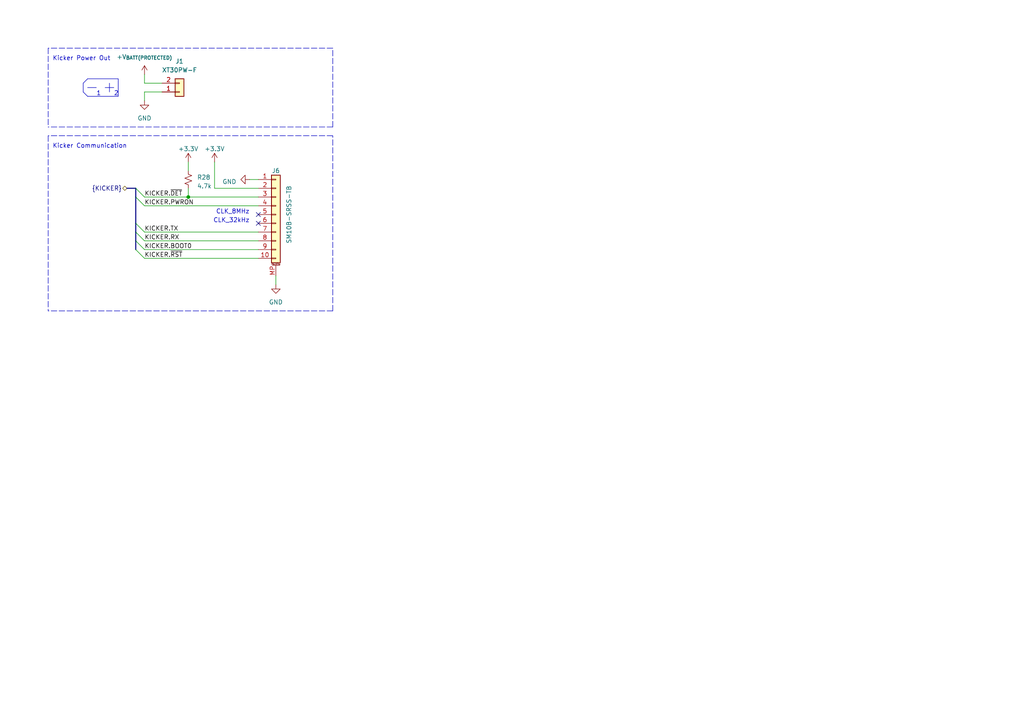
<source format=kicad_sch>
(kicad_sch (version 20230121) (generator eeschema)
  (paper "A4")
  (title_block (company "The A-Team (RC SSL)") (comment 1 "W. Stuckey & R. Osawa"))
  (lib_symbols
    (symbol "AT-Supplies:+V_{BATT(PROTECTED)}" (power) (pin_names (offset 0)) (in_bom no) (on_board no)
      (property "Value" "+V_{BATT(PROTECTED)}" (at 0 5.08 0))
      (symbol "+V_{BATT(PROTECTED)}_0_1"
        (polyline (pts (xy -0.76 1.27) (xy 0.002 2.54)))
        (polyline (pts (xy 0.002 0) (xy 0.002 2.54)))
        (polyline (pts (xy 0.002 2.54) (xy 0.764 1.27)))
      )
      (symbol "+V_{BATT(PROTECTED)}_1_1"
        (pin power_in line (at 0 0 90) (length 0) hide (name "+V_{BATT(PROTECTED)}") (number "1"))
      )
    )
    (symbol "Connector_Generic:Conn_01x02" (pin_names (offset 1.016) hide)
      (property "Reference" "J" (at 0 2.54 0))
      (property "Value" "Conn_01x02" (at 0 -5.08 0))
      (symbol "Conn_01x02_1_1"
        (rectangle (start -1.27 -2.413) (end 0 -2.667) (stroke (width 0.1524)))
        (rectangle (start -1.27 0.127) (end 0 -0.127) (stroke (width 0.1524)))
        (rectangle (start -1.27 1.27) (end 1.27 -3.81) (stroke (width 0.254)) (fill (type background)))
        (pin passive line (at -5.08 0 0) (length 3.81) (name "Pin_1") (number "1"))
        (pin passive line (at -5.08 -2.54 0) (length 3.81) (name "Pin_2") (number "2"))
      )
    )
    (symbol "Connector_Generic_MountingPin:Conn_01x10_MountingPin" (pin_names (offset 1.016) hide)
      (property "Reference" "J" (at 0 12.7 0))
      (property "Value" "Conn_01x10_MountingPin" (at 1.27 -15.24 0))
      (symbol "Conn_01x10_MountingPin_1_1"
        (rectangle (start -1.27 -12.573) (end 0 -12.827) (stroke (width 0.1524)))
        (rectangle (start -1.27 -10.033) (end 0 -10.287) (stroke (width 0.1524)))
        (rectangle (start -1.27 -7.493) (end 0 -7.747) (stroke (width 0.1524)))
        (rectangle (start -1.27 -4.953) (end 0 -5.207) (stroke (width 0.1524)))
        (rectangle (start -1.27 -2.413) (end 0 -2.667) (stroke (width 0.1524)))
        (rectangle (start -1.27 0.127) (end 0 -0.127) (stroke (width 0.1524)))
        (rectangle (start -1.27 2.667) (end 0 2.413) (stroke (width 0.1524)))
        (rectangle (start -1.27 5.207) (end 0 4.953) (stroke (width 0.1524)))
        (rectangle (start -1.27 7.747) (end 0 7.493) (stroke (width 0.1524)))
        (rectangle (start -1.27 10.287) (end 0 10.033) (stroke (width 0.1524)))
        (rectangle (start -1.27 11.43) (end 1.27 -13.97) (stroke (width 0.254)) (fill (type background)))
        (polyline (pts (xy -1.016 -14.732) (xy 1.016 -14.732)) (stroke (width 0.1524)))
        (text "Mounting" (at 0 -14.351 0) (effects (font (size 0.381 0.381))))
        (pin passive line (at -5.08 10.16 0) (length 3.81) (name "Pin_1") (number "1"))
        (pin passive line (at -5.08 -12.7 0) (length 3.81) (name "Pin_10") (number "10"))
        (pin passive line (at -5.08 7.62 0) (length 3.81) (name "Pin_2") (number "2"))
        (pin passive line (at -5.08 5.08 0) (length 3.81) (name "Pin_3") (number "3"))
        (pin passive line (at -5.08 2.54 0) (length 3.81) (name "Pin_4") (number "4"))
        (pin passive line (at -5.08 0 0) (length 3.81) (name "Pin_5") (number "5"))
        (pin passive line (at -5.08 -2.54 0) (length 3.81) (name "Pin_6") (number "6"))
        (pin passive line (at -5.08 -5.08 0) (length 3.81) (name "Pin_7") (number "7"))
        (pin passive line (at -5.08 -7.62 0) (length 3.81) (name "Pin_8") (number "8"))
        (pin passive line (at -5.08 -10.16 0) (length 3.81) (name "Pin_9") (number "9"))
        (pin passive line (at 0 -17.78 90) (length 3.048) (name "MountPin") (number "MP"))
      )
    )
    (symbol "Device:R_Small_US" (pin_numbers hide) (pin_names (offset 0.254) hide)
      (property "Reference" "R" (at 0.762 0.508 0))
      (property "Value" "R_Small_US" (at 0.762 -1.016 0))
      (symbol "R_Small_US_1_1"
        (polyline (pts (xy 0 0) (xy 1.016 -0.381) (xy 0 -0.762) (xy -1.016 -1.143) (xy 0 -1.524)))
        (polyline (pts (xy 0 1.524) (xy 1.016 1.143) (xy 0 0.762) (xy -1.016 0.381) (xy 0 0)))
        (pin passive line (at 0 2.54 270) (length 1.016) (name "~") (number "1"))
        (pin passive line (at 0 -2.54 90) (length 1.016) (name "~") (number "2"))
      )
    )
    (symbol "power:+3.3V" (power) (pin_names (offset 0))
      (property "Value" "+3.3V" (at 0 3.556 0))
      (symbol "+3.3V_0_1"
        (polyline (pts (xy -0.762 1.27) (xy 0 2.54)))
        (polyline (pts (xy 0 0) (xy 0 2.54)))
        (polyline (pts (xy 0 2.54) (xy 0.762 1.27)))
      )
      (symbol "+3.3V_1_1"
        (pin power_in line (at 0 0 90) (length 0) hide (name "+3.3V") (number "1"))
      )
    )
    (symbol "power:GND" (power) (pin_names (offset 0))
      (property "Value" "GND" (at 0 -3.81 0))
      (symbol "GND_0_1"
        (polyline (pts (xy 0 0) (xy 0 -1.27) (xy 1.27 -1.27) (xy 0 -2.54) (xy -1.27 -1.27) (xy 0 -1.27)))
      )
      (symbol "GND_1_1"
        (pin power_in line (at 0 0 270) (length 0) hide (name "GND") (number "1"))
      )
    )
  )
  (junction (at 54.61 57.15))
  (no_connect (at 74.93 64.77))
  (no_connect (at 74.93 62.23))
  (bus_entry (at 39.37 72.39) (size 2.54 2.54))
  (bus_entry (at 39.37 57.15) (size 2.54 2.54))
  (bus_entry (at 39.37 67.31) (size 2.54 2.54))
  (bus_entry (at 39.37 64.77) (size 2.54 2.54))
  (bus_entry (at 39.37 69.85) (size 2.54 2.54))
  (bus_entry (at 39.37 54.61) (size 2.54 2.54))
  (wire (pts (xy 46.99 26.67) (xy 41.91 26.67)))
  (bus (pts (xy 39.37 57.15) (xy 39.37 54.61)))
  (wire (pts (xy 41.91 26.67) (xy 41.91 29.21)))
  (polyline (pts (xy 13.97 39.37) (xy 13.97 90.17)) (stroke (width 0) (type dash)))
  (polyline (pts (xy 34.29 27.94) (xy 25.4 27.94)) (stroke (width 0) (type solid)))
  (wire (pts (xy 41.91 72.39) (xy 74.93 72.39)))
  (bus (pts (xy 39.37 64.77) (xy 39.37 67.31)))
  (polyline (pts (xy 96.52 36.83) (xy 13.97 36.83)) (stroke (width 0) (type dash)))
  (polyline (pts (xy 96.52 13.97) (xy 13.97 13.97)) (stroke (width 0) (type dash)))
  (polyline (pts (xy 96.52 36.83) (xy 96.52 13.97)) (stroke (width 0) (type dash)))
  (bus (pts (xy 39.37 69.85) (xy 39.37 72.39)))
  (bus (pts (xy 39.37 54.61) (xy 36.83 54.61)))
  (polyline (pts (xy 24.13 24.13) (xy 24.13 26.67)) (stroke (width 0) (type solid)))
  (polyline (pts (xy 96.52 90.17) (xy 96.52 39.37)) (stroke (width 0) (type dash)))
  (polyline (pts (xy 13.97 13.97) (xy 13.97 36.83)) (stroke (width 0) (type dash)))
  (polyline (pts (xy 34.29 22.86) (xy 34.29 27.94)) (stroke (width 0) (type solid)))
  (wire (pts (xy 54.61 46.99) (xy 54.61 49.53)))
  (polyline (pts (xy 96.52 39.37) (xy 13.97 39.37)) (stroke (width 0) (type dash)))
  (wire (pts (xy 62.23 46.99) (xy 62.23 54.61)))
  (wire (pts (xy 41.91 21.59) (xy 41.91 24.13)))
  (bus (pts (xy 39.37 57.15) (xy 39.37 64.77)))
  (wire (pts (xy 74.93 54.61) (xy 62.23 54.61)))
  (polyline (pts (xy 27.94 25.4) (xy 25.4 25.4)) (stroke (width 0) (type solid)))
  (wire (pts (xy 46.99 24.13) (xy 41.91 24.13)))
  (bus (pts (xy 39.37 67.31) (xy 39.37 69.85)))
  (wire (pts (xy 41.91 67.31) (xy 74.93 67.31)))
  (polyline (pts (xy 33.02 25.4) (xy 30.48 25.4)) (stroke (width 0) (type solid)))
  (wire (pts (xy 80.01 80.01) (xy 80.01 82.55)))
  (polyline (pts (xy 96.52 90.17) (xy 13.97 90.17)) (stroke (width 0) (type dash)))
  (polyline (pts (xy 34.29 22.86) (xy 25.4 22.86)) (stroke (width 0) (type solid)))
  (polyline (pts (xy 24.13 26.67) (xy 25.4 27.94)) (stroke (width 0) (type solid)))
  (wire (pts (xy 54.61 54.61) (xy 54.61 57.15)))
  (wire (pts (xy 41.91 69.85) (xy 74.93 69.85)))
  (wire (pts (xy 54.61 57.15) (xy 74.93 57.15)))
  (polyline (pts (xy 31.75 24.13) (xy 31.75 26.67)) (stroke (width 0) (type solid)))
  (wire (pts (xy 72.39 52.07) (xy 74.93 52.07)))
  (wire (pts (xy 41.91 59.69) (xy 74.93 59.69)))
  (wire (pts (xy 41.91 74.93) (xy 74.93 74.93)))
  (wire (pts (xy 41.91 57.15) (xy 54.61 57.15)))
  (polyline (pts (xy 25.4 22.86) (xy 24.13 24.13)) (stroke (width 0) (type solid)))
  (text "2" (at 33.02 27.94 0) (effects (font (size 1.27 1.27)) (justify left bottom)))
  (text "1" (at 27.94 27.94 0) (effects (font (size 1.27 1.27)) (justify left bottom)))
  (text "CLK_32kHz" (at 72.39 64.77 0) (effects (font (size 1.27 1.27)) (justify right bottom)))
  (text "Kicker Communication" (at 15.24 43.18 0) (effects (font (size 1.27 1.27)) (justify left bottom)))
  (text "Kicker Power Out" (at 15.24 17.78 0) (effects (font (size 1.27 1.27)) (justify left bottom)))
  (text "CLK_8MHz" (at 72.39 62.23 0) (effects (font (size 1.27 1.27)) (justify right bottom)))
  (label "KICKER.TX" (at 41.91 67.31 0))
  (label "KICKER.RX" (at 41.91 69.85 0))
  (label "KICKER.BOOT0" (at 41.91 72.39 0))
  (label "KICKER.PWRON" (at 41.91 59.69 0))
  (label "KICKER.~{RST}" (at 41.91 74.93 0))
  (label "KICKER.~{DET}" (at 41.91 57.15 0))
  (hierarchical_label "{KICKER}" (shape bidirectional) (at 36.83 54.61 180))
  (symbol (lib_id "Connector_Generic_MountingPin:Conn_01x10_MountingPin") (at 80.01 62.23 0) (unit 1)
    (property "Reference" "J6" (at 80.01 49.53 0))
    (property "Value" "SM10B-SRSS-TB" (at 83.82 62.23 90))
    (property "Footprint" "Connector_JST:JST_SH_SM10B-SRSS-TB_1x10-1MP_P1.00mm_Horizontal" (effects hide))
    (instances (project "kicker" (path "" (reference "J6") (unit 1))) (project "control" (path "" (reference "J2") (unit 1)) (path "" (reference "J9") (unit 1)) (path "" (reference "J18") (unit 1))))
  )
  (symbol (lib_id "power:GND") (at 72.39 52.07 270) (unit 1)
    (property "Reference" "#PWR097" (effects hide))
    (property "Value" "GND" (at 68.58 52.705 90) (effects (justify right)))
    (instances (project "control" (path "" (reference "#PWR097") (unit 1)) (path "" (reference "#PWR034") (unit 1)) (path "" (reference "#PWR0310") (unit 1))))
  )
  (symbol (lib_id "power:+3.3V") (at 62.23 46.99 0) (unit 1)
    (property "Reference" "#PWR095" (effects hide))
    (property "Value" "+3.3V" (at 62.23 43.18 0))
    (instances (project "control" (path "" (reference "#PWR095") (unit 1)) (path "" (reference "#PWR031") (unit 1)) (path "" (reference "#PWR0309") (unit 1))))
  )
  (symbol (lib_id "Device:R_Small_US") (at 54.61 52.07 0) (unit 1)
    (property "Reference" "R28" (at 57.15 51.435 0) (effects (justify left)))
    (property "Value" "4.7k" (at 57.15 53.975 0) (effects (justify left)))
    (property "Footprint" "Resistor_SMD:R_0402_1005Metric" (effects hide))
    (instances (project "control" (path "" (reference "R28") (unit 1)) (path "" (reference "R2") (unit 1)) (path "" (reference "R245") (unit 1))))
  )
  (symbol (lib_id "power:GND") (at 41.91 29.21 0) (unit 1)
    (property "Reference" "#PWR010" (effects hide))
    (property "Value" "GND" (at 41.91 34.29 0))
    (instances (project "control" (path "" (reference "#PWR010") (unit 1)) (path "" (reference "#PWR0307") (unit 1))))
  )
  (symbol (lib_id "power:+3.3V") (at 54.61 46.99 0) (unit 1)
    (property "Reference" "#PWR028" (effects hide))
    (property "Value" "+3.3V" (at 54.61 43.18 0))
    (instances (project "control" (path "" (reference "#PWR028") (unit 1)) (path "" (reference "#PWR030") (unit 1)) (path "" (reference "#PWR0308") (unit 1))))
  )
  (symbol (lib_id "AT-Supplies:+V_{BATT(PROTECTED)}") (at 41.91 21.59 0) (unit 1) (in_bom no) (on_board no)
    (property "Reference" "#PWR09" (effects hide))
    (property "Value" "+V_{BATT(PROTECTED)}" (at 41.912 16.51 0))
    (instances (project "control" (path "" (reference "#PWR09") (unit 1)) (path "" (reference "#PWR0306") (unit 1))))
  )
  (symbol (lib_id "power:GND") (at 80.01 82.55 0) (unit 1)
    (property "Reference" "#PWR098" (effects hide))
    (property "Value" "GND" (at 80.01 87.63 0))
    (instances (project "control" (path "" (reference "#PWR098") (unit 1)) (path "" (reference "#PWR035") (unit 1)) (path "" (reference "#PWR0311") (unit 1))))
  )
  (symbol (lib_id "Connector_Generic:Conn_01x02") (at 52.07 26.67 0) (mirror x) (unit 1)
    (property "Reference" "J1" (at 52.07 17.78 0))
    (property "Value" "XT30PW-F" (at 52.07 20.32 0))
    (property "Footprint" "Connector_AMASS:AMASS_XT30PW-F_1x02_P2.50mm_Horizontal" (effects hide))
    (property "LCSC" "C2913282" (effects hide))
    (instances (project "kicker" (path "" (reference "J1") (unit 1))) (project "control" (path "" (reference "J2") (unit 1)) (path "" (reference "J17") (unit 1))))
  )
)
</source>
